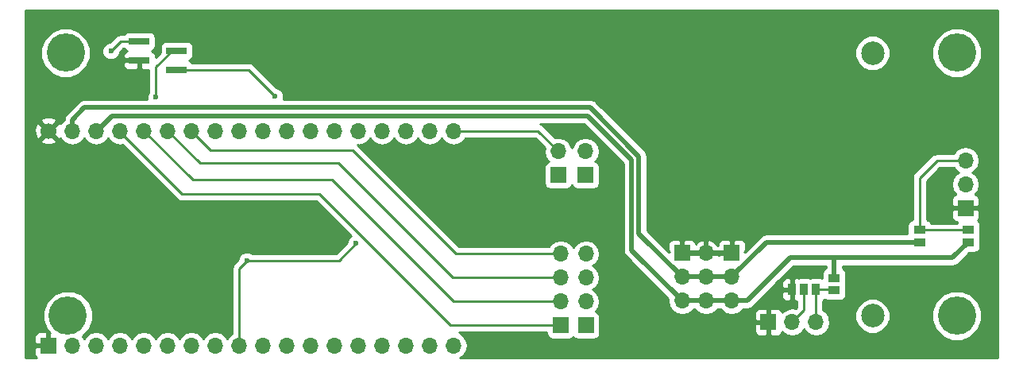
<source format=gbr>
G04 #@! TF.FileFunction,Copper,L1,Top,Signal*
%FSLAX46Y46*%
G04 Gerber Fmt 4.6, Leading zero omitted, Abs format (unit mm)*
G04 Created by KiCad (PCBNEW 4.0.7) date 04/05/18 15:18:43*
%MOMM*%
%LPD*%
G01*
G04 APERTURE LIST*
%ADD10C,0.100000*%
%ADD11O,1.700000X1.700000*%
%ADD12R,1.700000X1.700000*%
%ADD13C,1.700000*%
%ADD14R,2.200000X0.800000*%
%ADD15C,4.064000*%
%ADD16C,2.500000*%
%ADD17R,1.270000X0.970000*%
%ADD18R,0.970000X1.270000*%
%ADD19C,0.600000*%
%ADD20C,0.500000*%
%ADD21C,0.250000*%
%ADD22C,0.254000*%
G04 APERTURE END LIST*
D10*
D11*
X137530000Y-108960000D03*
X134990000Y-108960000D03*
X132450000Y-108960000D03*
X129910000Y-108960000D03*
X127370000Y-108960000D03*
X124830000Y-108960000D03*
X122290000Y-108960000D03*
X119750000Y-108960000D03*
X117210000Y-108960000D03*
X114670000Y-108960000D03*
X112130000Y-108960000D03*
X109590000Y-108960000D03*
X107050000Y-108960000D03*
X104510000Y-108960000D03*
X101970000Y-108960000D03*
X99430000Y-108960000D03*
X96890000Y-108960000D03*
D12*
X94350000Y-108960000D03*
D13*
X94350000Y-86100000D03*
D11*
X96890000Y-86100000D03*
X99430000Y-86100000D03*
X101970000Y-86100000D03*
X104510000Y-86100000D03*
X107050000Y-86100000D03*
X109590000Y-86100000D03*
X112130000Y-86100000D03*
X114670000Y-86100000D03*
X117210000Y-86100000D03*
X119750000Y-86100000D03*
X122290000Y-86100000D03*
X124830000Y-86100000D03*
X127370000Y-86100000D03*
X129910000Y-86100000D03*
X132450000Y-86100000D03*
X134990000Y-86100000D03*
X137530000Y-86100000D03*
D14*
X104020000Y-76570000D03*
X104020000Y-78570000D03*
X108020000Y-77570000D03*
X108020000Y-79570000D03*
D12*
X171100000Y-106450000D03*
D11*
X173640000Y-106450000D03*
X176180000Y-106450000D03*
D12*
X192103000Y-94320000D03*
D11*
X192103000Y-91780000D03*
X192103000Y-89240000D03*
D12*
X151638000Y-106807000D03*
D11*
X151638000Y-104267000D03*
X151638000Y-101727000D03*
X151638000Y-99187000D03*
D12*
X151600000Y-90800000D03*
D11*
X151600000Y-88260000D03*
D12*
X167200000Y-99100000D03*
D11*
X167200000Y-101640000D03*
X167200000Y-104180000D03*
D12*
X161900000Y-99100000D03*
D11*
X164440000Y-99100000D03*
X161900000Y-101640000D03*
X164440000Y-101640000D03*
X161900000Y-104180000D03*
X164440000Y-104180000D03*
D12*
X148971000Y-106807000D03*
D11*
X148971000Y-104267000D03*
X148971000Y-101727000D03*
X148971000Y-99187000D03*
D12*
X148700000Y-90800000D03*
D11*
X148700000Y-88260000D03*
D15*
X96420000Y-105770000D03*
X191170000Y-105770000D03*
X191180000Y-77770000D03*
X96180000Y-77770000D03*
D16*
X182200000Y-105800000D03*
X182200000Y-77800000D03*
D17*
X192400000Y-96660000D03*
X192400000Y-97940000D03*
X187200000Y-97940000D03*
X187200000Y-96660000D03*
D18*
X176170000Y-103000000D03*
X174900000Y-103000000D03*
X173630000Y-103000000D03*
D17*
X178100000Y-103040000D03*
X178100000Y-101760000D03*
D19*
X127100000Y-98100000D03*
X115500000Y-99900000D03*
X101000000Y-77600000D03*
X105800000Y-82500000D03*
X118500000Y-82400000D03*
D20*
X167200000Y-99100000D02*
X164440000Y-99100000D01*
X164440000Y-99100000D02*
X161900000Y-99100000D01*
X192400000Y-94617000D02*
X192103000Y-94320000D01*
D21*
X137530000Y-86100000D02*
X146540000Y-86100000D01*
X146540000Y-86100000D02*
X148700000Y-88260000D01*
X148971000Y-99187000D02*
X137795000Y-99187000D01*
X111628000Y-88138000D02*
X109590000Y-86100000D01*
X126746000Y-88138000D02*
X111628000Y-88138000D01*
X137795000Y-99187000D02*
X126746000Y-88138000D01*
X107050000Y-86100000D02*
X107055000Y-86100000D01*
X107055000Y-86100000D02*
X110490000Y-89535000D01*
X110490000Y-89535000D02*
X125222000Y-89535000D01*
X125222000Y-89535000D02*
X137414000Y-101727000D01*
X137414000Y-101727000D02*
X148971000Y-101727000D01*
X148971000Y-104267000D02*
X137541000Y-104267000D01*
X109723000Y-91313000D02*
X104510000Y-86100000D01*
X124587000Y-91313000D02*
X109723000Y-91313000D01*
X137541000Y-104267000D02*
X124587000Y-91313000D01*
X101970000Y-86100000D02*
X101970000Y-86222000D01*
X101970000Y-86222000D02*
X108585000Y-92837000D01*
X108585000Y-92837000D02*
X123190000Y-92837000D01*
X123190000Y-92837000D02*
X137160000Y-106807000D01*
X137160000Y-106807000D02*
X148971000Y-106807000D01*
D20*
X156500000Y-98780000D02*
X161900000Y-104180000D01*
X156500000Y-89200000D02*
X156500000Y-98780000D01*
X151800000Y-84500000D02*
X156500000Y-89200000D01*
X101100000Y-84500000D02*
X151800000Y-84500000D01*
X178100000Y-101760000D02*
X178100000Y-99600000D01*
X178100000Y-99600000D02*
X178100000Y-99800000D01*
X178100000Y-99800000D02*
X178100000Y-99600000D01*
X167200000Y-104180000D02*
X168820000Y-104180000D01*
X190740000Y-99600000D02*
X192400000Y-97940000D01*
X173400000Y-99600000D02*
X178100000Y-99600000D01*
X178100000Y-99600000D02*
X190740000Y-99600000D01*
X168820000Y-104180000D02*
X173400000Y-99600000D01*
X99430000Y-86100000D02*
X99500000Y-86100000D01*
X99500000Y-86100000D02*
X101100000Y-84500000D01*
X164440000Y-104180000D02*
X161900000Y-104180000D01*
X167200000Y-104180000D02*
X164440000Y-104180000D01*
X187200000Y-97940000D02*
X170900000Y-97940000D01*
X170900000Y-97940000D02*
X167200000Y-101640000D01*
X96890000Y-86100000D02*
X96890000Y-84910000D01*
X157300000Y-97040000D02*
X161900000Y-101640000D01*
X157300000Y-88800000D02*
X157300000Y-97040000D01*
X152100000Y-83600000D02*
X157300000Y-88800000D01*
X98200000Y-83600000D02*
X152100000Y-83600000D01*
X96890000Y-84910000D02*
X98200000Y-83600000D01*
X164440000Y-101640000D02*
X161900000Y-101640000D01*
X167200000Y-101640000D02*
X164440000Y-101640000D01*
D21*
X114670000Y-108960000D02*
X114670000Y-100730000D01*
X114670000Y-100730000D02*
X115500000Y-99900000D01*
X125300000Y-99900000D02*
X115500000Y-99900000D01*
X127100000Y-98100000D02*
X125300000Y-99900000D01*
X104020000Y-76570000D02*
X102030000Y-76570000D01*
X102030000Y-76570000D02*
X101000000Y-77600000D01*
X105800000Y-79300000D02*
X107530000Y-77570000D01*
X105800000Y-82500000D02*
X105800000Y-79300000D01*
X107530000Y-77570000D02*
X108020000Y-77570000D01*
X118500000Y-82400000D02*
X115670000Y-79570000D01*
X115670000Y-79570000D02*
X108020000Y-79570000D01*
X192103000Y-89240000D02*
X189060000Y-89240000D01*
X187200000Y-91100000D02*
X187200000Y-96660000D01*
X189060000Y-89240000D02*
X187200000Y-91100000D01*
X192400000Y-96660000D02*
X187200000Y-96660000D01*
X176180000Y-106450000D02*
X176180000Y-103010000D01*
X176180000Y-103010000D02*
X176170000Y-103000000D01*
X176170000Y-103000000D02*
X178060000Y-103000000D01*
X178060000Y-103000000D02*
X178100000Y-103040000D01*
X174900000Y-103000000D02*
X174900000Y-105190000D01*
X174900000Y-105190000D02*
X173640000Y-106450000D01*
D22*
G36*
X195490000Y-110290000D02*
X138204625Y-110290000D01*
X138580054Y-110039147D01*
X138901961Y-109557378D01*
X139015000Y-108989093D01*
X139015000Y-108930907D01*
X138901961Y-108362622D01*
X138580054Y-107880853D01*
X138110339Y-107567000D01*
X147473560Y-107567000D01*
X147473560Y-107657000D01*
X147517838Y-107892317D01*
X147656910Y-108108441D01*
X147869110Y-108253431D01*
X148121000Y-108304440D01*
X149821000Y-108304440D01*
X150056317Y-108260162D01*
X150272441Y-108121090D01*
X150303139Y-108076162D01*
X150323910Y-108108441D01*
X150536110Y-108253431D01*
X150788000Y-108304440D01*
X152488000Y-108304440D01*
X152723317Y-108260162D01*
X152939441Y-108121090D01*
X153084431Y-107908890D01*
X153135440Y-107657000D01*
X153135440Y-106735750D01*
X169615000Y-106735750D01*
X169615000Y-107426309D01*
X169711673Y-107659698D01*
X169890301Y-107838327D01*
X170123690Y-107935000D01*
X170814250Y-107935000D01*
X170973000Y-107776250D01*
X170973000Y-106577000D01*
X169773750Y-106577000D01*
X169615000Y-106735750D01*
X153135440Y-106735750D01*
X153135440Y-105957000D01*
X153091162Y-105721683D01*
X152952090Y-105505559D01*
X152739890Y-105360569D01*
X152672459Y-105346914D01*
X152717147Y-105317054D01*
X153039054Y-104835285D01*
X153152093Y-104267000D01*
X153039054Y-103698715D01*
X152717147Y-103216946D01*
X152387974Y-102997000D01*
X152717147Y-102777054D01*
X153039054Y-102295285D01*
X153152093Y-101727000D01*
X153039054Y-101158715D01*
X152717147Y-100676946D01*
X152387974Y-100457000D01*
X152717147Y-100237054D01*
X153039054Y-99755285D01*
X153152093Y-99187000D01*
X153039054Y-98618715D01*
X152717147Y-98136946D01*
X152235378Y-97815039D01*
X151667093Y-97702000D01*
X151608907Y-97702000D01*
X151040622Y-97815039D01*
X150558853Y-98136946D01*
X150304500Y-98517613D01*
X150050147Y-98136946D01*
X149568378Y-97815039D01*
X149000093Y-97702000D01*
X148941907Y-97702000D01*
X148373622Y-97815039D01*
X147891853Y-98136946D01*
X147698046Y-98427000D01*
X138109802Y-98427000D01*
X127283401Y-87600599D01*
X127275449Y-87595286D01*
X127370000Y-87614093D01*
X127938285Y-87501054D01*
X128420054Y-87179147D01*
X128640000Y-86849974D01*
X128859946Y-87179147D01*
X129341715Y-87501054D01*
X129910000Y-87614093D01*
X130478285Y-87501054D01*
X130960054Y-87179147D01*
X131180000Y-86849974D01*
X131399946Y-87179147D01*
X131881715Y-87501054D01*
X132450000Y-87614093D01*
X133018285Y-87501054D01*
X133500054Y-87179147D01*
X133720000Y-86849974D01*
X133939946Y-87179147D01*
X134421715Y-87501054D01*
X134990000Y-87614093D01*
X135558285Y-87501054D01*
X136040054Y-87179147D01*
X136260000Y-86849974D01*
X136479946Y-87179147D01*
X136961715Y-87501054D01*
X137530000Y-87614093D01*
X138098285Y-87501054D01*
X138580054Y-87179147D01*
X138793301Y-86860000D01*
X146225198Y-86860000D01*
X147258790Y-87893592D01*
X147185907Y-88260000D01*
X147298946Y-88828285D01*
X147620853Y-89310054D01*
X147662452Y-89337850D01*
X147614683Y-89346838D01*
X147398559Y-89485910D01*
X147253569Y-89698110D01*
X147202560Y-89950000D01*
X147202560Y-91650000D01*
X147246838Y-91885317D01*
X147385910Y-92101441D01*
X147598110Y-92246431D01*
X147850000Y-92297440D01*
X149550000Y-92297440D01*
X149785317Y-92253162D01*
X150001441Y-92114090D01*
X150146431Y-91901890D01*
X150149081Y-91888803D01*
X150285910Y-92101441D01*
X150498110Y-92246431D01*
X150750000Y-92297440D01*
X152450000Y-92297440D01*
X152685317Y-92253162D01*
X152901441Y-92114090D01*
X153046431Y-91901890D01*
X153097440Y-91650000D01*
X153097440Y-89950000D01*
X153053162Y-89714683D01*
X152914090Y-89498559D01*
X152701890Y-89353569D01*
X152634459Y-89339914D01*
X152679147Y-89310054D01*
X153001054Y-88828285D01*
X153114093Y-88260000D01*
X153001054Y-87691715D01*
X152679147Y-87209946D01*
X152197378Y-86888039D01*
X151629093Y-86775000D01*
X151570907Y-86775000D01*
X151002622Y-86888039D01*
X150520853Y-87209946D01*
X150198946Y-87691715D01*
X150150000Y-87937783D01*
X150101054Y-87691715D01*
X149779147Y-87209946D01*
X149297378Y-86888039D01*
X148729093Y-86775000D01*
X148670907Y-86775000D01*
X148353031Y-86838229D01*
X147077401Y-85562599D01*
X146830839Y-85397852D01*
X146766228Y-85385000D01*
X151433420Y-85385000D01*
X155615000Y-89566579D01*
X155615000Y-98779995D01*
X155614999Y-98780000D01*
X155651831Y-98965162D01*
X155682367Y-99118675D01*
X155754747Y-99227000D01*
X155874210Y-99405790D01*
X160429461Y-103961040D01*
X160385907Y-104180000D01*
X160498946Y-104748285D01*
X160820853Y-105230054D01*
X161302622Y-105551961D01*
X161870907Y-105665000D01*
X161929093Y-105665000D01*
X162497378Y-105551961D01*
X162979147Y-105230054D01*
X163089432Y-105065000D01*
X163250568Y-105065000D01*
X163360853Y-105230054D01*
X163842622Y-105551961D01*
X164410907Y-105665000D01*
X164469093Y-105665000D01*
X165037378Y-105551961D01*
X165519147Y-105230054D01*
X165629432Y-105065000D01*
X166010568Y-105065000D01*
X166120853Y-105230054D01*
X166602622Y-105551961D01*
X167170907Y-105665000D01*
X167229093Y-105665000D01*
X167797378Y-105551961D01*
X167914517Y-105473691D01*
X169615000Y-105473691D01*
X169615000Y-106164250D01*
X169773750Y-106323000D01*
X170973000Y-106323000D01*
X170973000Y-105123750D01*
X170814250Y-104965000D01*
X170123690Y-104965000D01*
X169890301Y-105061673D01*
X169711673Y-105240302D01*
X169615000Y-105473691D01*
X167914517Y-105473691D01*
X168279147Y-105230054D01*
X168389432Y-105065000D01*
X168819995Y-105065000D01*
X168820000Y-105065001D01*
X169102484Y-105008810D01*
X169158675Y-104997633D01*
X169445790Y-104805790D01*
X169445791Y-104805789D01*
X170965829Y-103285750D01*
X172510000Y-103285750D01*
X172510000Y-103761309D01*
X172606673Y-103994698D01*
X172785301Y-104173327D01*
X173018690Y-104270000D01*
X173344250Y-104270000D01*
X173503000Y-104111250D01*
X173503000Y-103127000D01*
X172668750Y-103127000D01*
X172510000Y-103285750D01*
X170965829Y-103285750D01*
X172012888Y-102238691D01*
X172510000Y-102238691D01*
X172510000Y-102714250D01*
X172668750Y-102873000D01*
X173503000Y-102873000D01*
X173503000Y-101888750D01*
X173344250Y-101730000D01*
X173018690Y-101730000D01*
X172785301Y-101826673D01*
X172606673Y-102005302D01*
X172510000Y-102238691D01*
X172012888Y-102238691D01*
X173766579Y-100485000D01*
X177215000Y-100485000D01*
X177215000Y-100681286D01*
X177013559Y-100810910D01*
X176868569Y-101023110D01*
X176817560Y-101275000D01*
X176817560Y-101750479D01*
X176655000Y-101717560D01*
X175685000Y-101717560D01*
X175529493Y-101746821D01*
X175385000Y-101717560D01*
X174415000Y-101717560D01*
X174274914Y-101743919D01*
X174241310Y-101730000D01*
X173915750Y-101730000D01*
X173757000Y-101888750D01*
X173757000Y-102873000D01*
X173767560Y-102873000D01*
X173767560Y-103127000D01*
X173757000Y-103127000D01*
X173757000Y-104111250D01*
X173915750Y-104270000D01*
X174140000Y-104270000D01*
X174140000Y-104875198D01*
X174006408Y-105008790D01*
X173640000Y-104935907D01*
X173071715Y-105048946D01*
X172589946Y-105370853D01*
X172560597Y-105414777D01*
X172488327Y-105240302D01*
X172309699Y-105061673D01*
X172076310Y-104965000D01*
X171385750Y-104965000D01*
X171227000Y-105123750D01*
X171227000Y-106323000D01*
X171247000Y-106323000D01*
X171247000Y-106577000D01*
X171227000Y-106577000D01*
X171227000Y-107776250D01*
X171385750Y-107935000D01*
X172076310Y-107935000D01*
X172309699Y-107838327D01*
X172488327Y-107659698D01*
X172560597Y-107485223D01*
X172589946Y-107529147D01*
X173071715Y-107851054D01*
X173640000Y-107964093D01*
X174208285Y-107851054D01*
X174690054Y-107529147D01*
X174910000Y-107199974D01*
X175129946Y-107529147D01*
X175611715Y-107851054D01*
X176180000Y-107964093D01*
X176748285Y-107851054D01*
X177230054Y-107529147D01*
X177551961Y-107047378D01*
X177665000Y-106479093D01*
X177665000Y-106420907D01*
X177615749Y-106173305D01*
X180314674Y-106173305D01*
X180601043Y-106866372D01*
X181130839Y-107397093D01*
X181823405Y-107684672D01*
X182573305Y-107685326D01*
X183266372Y-107398957D01*
X183797093Y-106869161D01*
X184034188Y-106298172D01*
X188502538Y-106298172D01*
X188907709Y-107278761D01*
X189657293Y-108029655D01*
X190637173Y-108436536D01*
X191698172Y-108437462D01*
X192678761Y-108032291D01*
X193429655Y-107282707D01*
X193836536Y-106302827D01*
X193837462Y-105241828D01*
X193432291Y-104261239D01*
X192682707Y-103510345D01*
X191702827Y-103103464D01*
X190641828Y-103102538D01*
X189661239Y-103507709D01*
X188910345Y-104257293D01*
X188503464Y-105237173D01*
X188502538Y-106298172D01*
X184034188Y-106298172D01*
X184084672Y-106176595D01*
X184085326Y-105426695D01*
X183798957Y-104733628D01*
X183269161Y-104202907D01*
X182576595Y-103915328D01*
X181826695Y-103914674D01*
X181133628Y-104201043D01*
X180602907Y-104730839D01*
X180315328Y-105423405D01*
X180314674Y-106173305D01*
X177615749Y-106173305D01*
X177551961Y-105852622D01*
X177230054Y-105370853D01*
X176940000Y-105177046D01*
X176940000Y-104206192D01*
X177106441Y-104099090D01*
X177129984Y-104064634D01*
X177213110Y-104121431D01*
X177465000Y-104172440D01*
X178735000Y-104172440D01*
X178970317Y-104128162D01*
X179186441Y-103989090D01*
X179331431Y-103776890D01*
X179382440Y-103525000D01*
X179382440Y-102555000D01*
X179352204Y-102394310D01*
X179382440Y-102245000D01*
X179382440Y-101275000D01*
X179338162Y-101039683D01*
X179199090Y-100823559D01*
X178986890Y-100678569D01*
X178985000Y-100678186D01*
X178985000Y-100485000D01*
X190739995Y-100485000D01*
X190740000Y-100485001D01*
X191022484Y-100428810D01*
X191078675Y-100417633D01*
X191365790Y-100225790D01*
X192519139Y-99072440D01*
X193035000Y-99072440D01*
X193270317Y-99028162D01*
X193486441Y-98889090D01*
X193631431Y-98676890D01*
X193682440Y-98425000D01*
X193682440Y-97455000D01*
X193652204Y-97294310D01*
X193682440Y-97145000D01*
X193682440Y-96175000D01*
X193638162Y-95939683D01*
X193499090Y-95723559D01*
X193379309Y-95641716D01*
X193491327Y-95529699D01*
X193588000Y-95296310D01*
X193588000Y-94605750D01*
X193429250Y-94447000D01*
X192230000Y-94447000D01*
X192230000Y-94467000D01*
X191976000Y-94467000D01*
X191976000Y-94447000D01*
X190776750Y-94447000D01*
X190618000Y-94605750D01*
X190618000Y-95296310D01*
X190714673Y-95529699D01*
X190893302Y-95708327D01*
X191126691Y-95805000D01*
X191249270Y-95805000D01*
X191184359Y-95900000D01*
X188412627Y-95900000D01*
X188299090Y-95723559D01*
X188086890Y-95578569D01*
X187960000Y-95552873D01*
X187960000Y-91414802D01*
X189374802Y-90000000D01*
X190830046Y-90000000D01*
X191023853Y-90290054D01*
X191353026Y-90510000D01*
X191023853Y-90729946D01*
X190701946Y-91211715D01*
X190588907Y-91780000D01*
X190701946Y-92348285D01*
X191023853Y-92830054D01*
X191067777Y-92859403D01*
X190893302Y-92931673D01*
X190714673Y-93110301D01*
X190618000Y-93343690D01*
X190618000Y-94034250D01*
X190776750Y-94193000D01*
X191976000Y-94193000D01*
X191976000Y-94173000D01*
X192230000Y-94173000D01*
X192230000Y-94193000D01*
X193429250Y-94193000D01*
X193588000Y-94034250D01*
X193588000Y-93343690D01*
X193491327Y-93110301D01*
X193312698Y-92931673D01*
X193138223Y-92859403D01*
X193182147Y-92830054D01*
X193504054Y-92348285D01*
X193617093Y-91780000D01*
X193504054Y-91211715D01*
X193182147Y-90729946D01*
X192852974Y-90510000D01*
X193182147Y-90290054D01*
X193504054Y-89808285D01*
X193617093Y-89240000D01*
X193504054Y-88671715D01*
X193182147Y-88189946D01*
X192700378Y-87868039D01*
X192132093Y-87755000D01*
X192073907Y-87755000D01*
X191505622Y-87868039D01*
X191023853Y-88189946D01*
X190830046Y-88480000D01*
X189060000Y-88480000D01*
X188769160Y-88537852D01*
X188522599Y-88702599D01*
X186662599Y-90562599D01*
X186497852Y-90809161D01*
X186440000Y-91100000D01*
X186440000Y-95551080D01*
X186329683Y-95571838D01*
X186113559Y-95710910D01*
X185968569Y-95923110D01*
X185917560Y-96175000D01*
X185917560Y-97055000D01*
X170900005Y-97055000D01*
X170900000Y-97054999D01*
X170561330Y-97122366D01*
X170561325Y-97122367D01*
X170274210Y-97314210D01*
X170274208Y-97314213D01*
X168615422Y-98972998D01*
X168526252Y-98972998D01*
X168685000Y-98814250D01*
X168685000Y-98123690D01*
X168588327Y-97890301D01*
X168409698Y-97711673D01*
X168176309Y-97615000D01*
X167485750Y-97615000D01*
X167327000Y-97773750D01*
X167327000Y-98973000D01*
X167347000Y-98973000D01*
X167347000Y-99227000D01*
X167327000Y-99227000D01*
X167327000Y-99247000D01*
X167073000Y-99247000D01*
X167073000Y-99227000D01*
X165873750Y-99227000D01*
X165799395Y-99301355D01*
X165760155Y-99227000D01*
X164567000Y-99227000D01*
X164567000Y-99247000D01*
X164313000Y-99247000D01*
X164313000Y-99227000D01*
X162027000Y-99227000D01*
X162027000Y-99247000D01*
X161773000Y-99247000D01*
X161773000Y-99227000D01*
X161753000Y-99227000D01*
X161753000Y-98973000D01*
X161773000Y-98973000D01*
X161773000Y-97773750D01*
X162027000Y-97773750D01*
X162027000Y-98973000D01*
X164313000Y-98973000D01*
X164313000Y-97779181D01*
X164567000Y-97779181D01*
X164567000Y-98973000D01*
X165760155Y-98973000D01*
X165799395Y-98898645D01*
X165873750Y-98973000D01*
X167073000Y-98973000D01*
X167073000Y-97773750D01*
X166914250Y-97615000D01*
X166223691Y-97615000D01*
X165990302Y-97711673D01*
X165811673Y-97890301D01*
X165715000Y-98123690D01*
X165715000Y-98341176D01*
X165711645Y-98333076D01*
X165321358Y-97904817D01*
X164796892Y-97658514D01*
X164567000Y-97779181D01*
X164313000Y-97779181D01*
X164083108Y-97658514D01*
X163558642Y-97904817D01*
X163376930Y-98104208D01*
X163288327Y-97890301D01*
X163109698Y-97711673D01*
X162876309Y-97615000D01*
X162185750Y-97615000D01*
X162027000Y-97773750D01*
X161773000Y-97773750D01*
X161614250Y-97615000D01*
X160923691Y-97615000D01*
X160690302Y-97711673D01*
X160511673Y-97890301D01*
X160415000Y-98123690D01*
X160415000Y-98814250D01*
X160573748Y-98972998D01*
X160484577Y-98972998D01*
X158185000Y-96673420D01*
X158185000Y-88800005D01*
X158185001Y-88800000D01*
X158117634Y-88461326D01*
X158019862Y-88315000D01*
X157925790Y-88174210D01*
X157925787Y-88174208D01*
X152725790Y-82974210D01*
X152658043Y-82928943D01*
X152438675Y-82782367D01*
X152382484Y-82771190D01*
X152100000Y-82714999D01*
X152099995Y-82715000D01*
X119381604Y-82715000D01*
X119434838Y-82586799D01*
X119435162Y-82214833D01*
X119293117Y-81871057D01*
X119030327Y-81607808D01*
X118686799Y-81465162D01*
X118639923Y-81465121D01*
X116207401Y-79032599D01*
X115960839Y-78867852D01*
X115670000Y-78810000D01*
X109642931Y-78810000D01*
X109584090Y-78718559D01*
X109371890Y-78573569D01*
X109358803Y-78570919D01*
X109571441Y-78434090D01*
X109716431Y-78221890D01*
X109726269Y-78173305D01*
X180314674Y-78173305D01*
X180601043Y-78866372D01*
X181130839Y-79397093D01*
X181823405Y-79684672D01*
X182573305Y-79685326D01*
X183266372Y-79398957D01*
X183797093Y-78869161D01*
X184034188Y-78298172D01*
X188512538Y-78298172D01*
X188917709Y-79278761D01*
X189667293Y-80029655D01*
X190647173Y-80436536D01*
X191708172Y-80437462D01*
X192688761Y-80032291D01*
X193439655Y-79282707D01*
X193846536Y-78302827D01*
X193847462Y-77241828D01*
X193442291Y-76261239D01*
X192692707Y-75510345D01*
X191712827Y-75103464D01*
X190651828Y-75102538D01*
X189671239Y-75507709D01*
X188920345Y-76257293D01*
X188513464Y-77237173D01*
X188512538Y-78298172D01*
X184034188Y-78298172D01*
X184084672Y-78176595D01*
X184085326Y-77426695D01*
X183798957Y-76733628D01*
X183269161Y-76202907D01*
X182576595Y-75915328D01*
X181826695Y-75914674D01*
X181133628Y-76201043D01*
X180602907Y-76730839D01*
X180315328Y-77423405D01*
X180314674Y-78173305D01*
X109726269Y-78173305D01*
X109767440Y-77970000D01*
X109767440Y-77170000D01*
X109723162Y-76934683D01*
X109584090Y-76718559D01*
X109371890Y-76573569D01*
X109120000Y-76522560D01*
X106920000Y-76522560D01*
X106684683Y-76566838D01*
X106468559Y-76705910D01*
X106323569Y-76918110D01*
X106272560Y-77170000D01*
X106272560Y-77752638D01*
X105755000Y-78270198D01*
X105755000Y-78043691D01*
X105658327Y-77810302D01*
X105479699Y-77631673D01*
X105343713Y-77575346D01*
X105355317Y-77573162D01*
X105571441Y-77434090D01*
X105716431Y-77221890D01*
X105767440Y-76970000D01*
X105767440Y-76170000D01*
X105723162Y-75934683D01*
X105584090Y-75718559D01*
X105371890Y-75573569D01*
X105120000Y-75522560D01*
X102920000Y-75522560D01*
X102684683Y-75566838D01*
X102468559Y-75705910D01*
X102397437Y-75810000D01*
X102030000Y-75810000D01*
X101739161Y-75867852D01*
X101492599Y-76032599D01*
X100860320Y-76664878D01*
X100814833Y-76664838D01*
X100471057Y-76806883D01*
X100207808Y-77069673D01*
X100065162Y-77413201D01*
X100064838Y-77785167D01*
X100206883Y-78128943D01*
X100469673Y-78392192D01*
X100813201Y-78534838D01*
X101185167Y-78535162D01*
X101528943Y-78393117D01*
X101792192Y-78130327D01*
X101934838Y-77786799D01*
X101934879Y-77739923D01*
X102344802Y-77330000D01*
X102397069Y-77330000D01*
X102455910Y-77421441D01*
X102668110Y-77566431D01*
X102701490Y-77573191D01*
X102560301Y-77631673D01*
X102381673Y-77810302D01*
X102285000Y-78043691D01*
X102285000Y-78284250D01*
X102443750Y-78443000D01*
X103893000Y-78443000D01*
X103893000Y-78423000D01*
X104147000Y-78423000D01*
X104147000Y-78443000D01*
X104167000Y-78443000D01*
X104167000Y-78697000D01*
X104147000Y-78697000D01*
X104147000Y-79446250D01*
X104305750Y-79605000D01*
X105040000Y-79605000D01*
X105040000Y-81937537D01*
X105007808Y-81969673D01*
X104865162Y-82313201D01*
X104864838Y-82685167D01*
X104877165Y-82715000D01*
X98200005Y-82715000D01*
X98200000Y-82714999D01*
X97917516Y-82771190D01*
X97861325Y-82782367D01*
X97574210Y-82974210D01*
X97574208Y-82974213D01*
X96264210Y-84284210D01*
X96072367Y-84571325D01*
X96066010Y-84603282D01*
X96004999Y-84910000D01*
X96005000Y-84910005D01*
X96005000Y-84910568D01*
X95839946Y-85020853D01*
X95643223Y-85315270D01*
X95393958Y-85235647D01*
X94529605Y-86100000D01*
X95393958Y-86964353D01*
X95643223Y-86884730D01*
X95839946Y-87179147D01*
X96321715Y-87501054D01*
X96890000Y-87614093D01*
X97458285Y-87501054D01*
X97940054Y-87179147D01*
X98160000Y-86849974D01*
X98379946Y-87179147D01*
X98861715Y-87501054D01*
X99430000Y-87614093D01*
X99998285Y-87501054D01*
X100480054Y-87179147D01*
X100700000Y-86849974D01*
X100919946Y-87179147D01*
X101401715Y-87501054D01*
X101970000Y-87614093D01*
X102234649Y-87561451D01*
X108047599Y-93374401D01*
X108294161Y-93539148D01*
X108585000Y-93597000D01*
X122875198Y-93597000D01*
X126580981Y-97302783D01*
X126571057Y-97306883D01*
X126307808Y-97569673D01*
X126165162Y-97913201D01*
X126165121Y-97960077D01*
X124985198Y-99140000D01*
X116062463Y-99140000D01*
X116030327Y-99107808D01*
X115686799Y-98965162D01*
X115314833Y-98964838D01*
X114971057Y-99106883D01*
X114707808Y-99369673D01*
X114565162Y-99713201D01*
X114565121Y-99760077D01*
X114132599Y-100192599D01*
X113967852Y-100439161D01*
X113910000Y-100730000D01*
X113910000Y-107687046D01*
X113619946Y-107880853D01*
X113400000Y-108210026D01*
X113180054Y-107880853D01*
X112698285Y-107558946D01*
X112130000Y-107445907D01*
X111561715Y-107558946D01*
X111079946Y-107880853D01*
X110860000Y-108210026D01*
X110640054Y-107880853D01*
X110158285Y-107558946D01*
X109590000Y-107445907D01*
X109021715Y-107558946D01*
X108539946Y-107880853D01*
X108320000Y-108210026D01*
X108100054Y-107880853D01*
X107618285Y-107558946D01*
X107050000Y-107445907D01*
X106481715Y-107558946D01*
X105999946Y-107880853D01*
X105780000Y-108210026D01*
X105560054Y-107880853D01*
X105078285Y-107558946D01*
X104510000Y-107445907D01*
X103941715Y-107558946D01*
X103459946Y-107880853D01*
X103240000Y-108210026D01*
X103020054Y-107880853D01*
X102538285Y-107558946D01*
X101970000Y-107445907D01*
X101401715Y-107558946D01*
X100919946Y-107880853D01*
X100700000Y-108210026D01*
X100480054Y-107880853D01*
X99998285Y-107558946D01*
X99430000Y-107445907D01*
X98861715Y-107558946D01*
X98379946Y-107880853D01*
X98160000Y-108210026D01*
X97996235Y-107964934D01*
X98679655Y-107282707D01*
X99086536Y-106302827D01*
X99087462Y-105241828D01*
X98682291Y-104261239D01*
X97932707Y-103510345D01*
X96952827Y-103103464D01*
X95891828Y-103102538D01*
X94911239Y-103507709D01*
X94160345Y-104257293D01*
X93753464Y-105237173D01*
X93752538Y-106298172D01*
X94157709Y-107278761D01*
X94494555Y-107616195D01*
X94477000Y-107633750D01*
X94477000Y-108833000D01*
X94497000Y-108833000D01*
X94497000Y-109087000D01*
X94477000Y-109087000D01*
X94477000Y-109107000D01*
X94223000Y-109107000D01*
X94223000Y-109087000D01*
X93023750Y-109087000D01*
X92865000Y-109245750D01*
X92865000Y-109936309D01*
X92961673Y-110169698D01*
X93081974Y-110290000D01*
X91910000Y-110290000D01*
X91910000Y-107983691D01*
X92865000Y-107983691D01*
X92865000Y-108674250D01*
X93023750Y-108833000D01*
X94223000Y-108833000D01*
X94223000Y-107633750D01*
X94064250Y-107475000D01*
X93373690Y-107475000D01*
X93140301Y-107571673D01*
X92961673Y-107750302D01*
X92865000Y-107983691D01*
X91910000Y-107983691D01*
X91910000Y-87143958D01*
X93485647Y-87143958D01*
X93565920Y-87395259D01*
X94121279Y-87596718D01*
X94711458Y-87570315D01*
X95134080Y-87395259D01*
X95214353Y-87143958D01*
X94350000Y-86279605D01*
X93485647Y-87143958D01*
X91910000Y-87143958D01*
X91910000Y-85871279D01*
X92853282Y-85871279D01*
X92879685Y-86461458D01*
X93054741Y-86884080D01*
X93306042Y-86964353D01*
X94170395Y-86100000D01*
X93306042Y-85235647D01*
X93054741Y-85315920D01*
X92853282Y-85871279D01*
X91910000Y-85871279D01*
X91910000Y-85056042D01*
X93485647Y-85056042D01*
X94350000Y-85920395D01*
X95214353Y-85056042D01*
X95134080Y-84804741D01*
X94578721Y-84603282D01*
X93988542Y-84629685D01*
X93565920Y-84804741D01*
X93485647Y-85056042D01*
X91910000Y-85056042D01*
X91910000Y-78298172D01*
X93512538Y-78298172D01*
X93917709Y-79278761D01*
X94667293Y-80029655D01*
X95647173Y-80436536D01*
X96708172Y-80437462D01*
X97688761Y-80032291D01*
X98439655Y-79282707D01*
X98616942Y-78855750D01*
X102285000Y-78855750D01*
X102285000Y-79096309D01*
X102381673Y-79329698D01*
X102560301Y-79508327D01*
X102793690Y-79605000D01*
X103734250Y-79605000D01*
X103893000Y-79446250D01*
X103893000Y-78697000D01*
X102443750Y-78697000D01*
X102285000Y-78855750D01*
X98616942Y-78855750D01*
X98846536Y-78302827D01*
X98847462Y-77241828D01*
X98442291Y-76261239D01*
X97692707Y-75510345D01*
X96712827Y-75103464D01*
X95651828Y-75102538D01*
X94671239Y-75507709D01*
X93920345Y-76257293D01*
X93513464Y-77237173D01*
X93512538Y-78298172D01*
X91910000Y-78298172D01*
X91910000Y-73210000D01*
X195490000Y-73210000D01*
X195490000Y-110290000D01*
X195490000Y-110290000D01*
G37*
X195490000Y-110290000D02*
X138204625Y-110290000D01*
X138580054Y-110039147D01*
X138901961Y-109557378D01*
X139015000Y-108989093D01*
X139015000Y-108930907D01*
X138901961Y-108362622D01*
X138580054Y-107880853D01*
X138110339Y-107567000D01*
X147473560Y-107567000D01*
X147473560Y-107657000D01*
X147517838Y-107892317D01*
X147656910Y-108108441D01*
X147869110Y-108253431D01*
X148121000Y-108304440D01*
X149821000Y-108304440D01*
X150056317Y-108260162D01*
X150272441Y-108121090D01*
X150303139Y-108076162D01*
X150323910Y-108108441D01*
X150536110Y-108253431D01*
X150788000Y-108304440D01*
X152488000Y-108304440D01*
X152723317Y-108260162D01*
X152939441Y-108121090D01*
X153084431Y-107908890D01*
X153135440Y-107657000D01*
X153135440Y-106735750D01*
X169615000Y-106735750D01*
X169615000Y-107426309D01*
X169711673Y-107659698D01*
X169890301Y-107838327D01*
X170123690Y-107935000D01*
X170814250Y-107935000D01*
X170973000Y-107776250D01*
X170973000Y-106577000D01*
X169773750Y-106577000D01*
X169615000Y-106735750D01*
X153135440Y-106735750D01*
X153135440Y-105957000D01*
X153091162Y-105721683D01*
X152952090Y-105505559D01*
X152739890Y-105360569D01*
X152672459Y-105346914D01*
X152717147Y-105317054D01*
X153039054Y-104835285D01*
X153152093Y-104267000D01*
X153039054Y-103698715D01*
X152717147Y-103216946D01*
X152387974Y-102997000D01*
X152717147Y-102777054D01*
X153039054Y-102295285D01*
X153152093Y-101727000D01*
X153039054Y-101158715D01*
X152717147Y-100676946D01*
X152387974Y-100457000D01*
X152717147Y-100237054D01*
X153039054Y-99755285D01*
X153152093Y-99187000D01*
X153039054Y-98618715D01*
X152717147Y-98136946D01*
X152235378Y-97815039D01*
X151667093Y-97702000D01*
X151608907Y-97702000D01*
X151040622Y-97815039D01*
X150558853Y-98136946D01*
X150304500Y-98517613D01*
X150050147Y-98136946D01*
X149568378Y-97815039D01*
X149000093Y-97702000D01*
X148941907Y-97702000D01*
X148373622Y-97815039D01*
X147891853Y-98136946D01*
X147698046Y-98427000D01*
X138109802Y-98427000D01*
X127283401Y-87600599D01*
X127275449Y-87595286D01*
X127370000Y-87614093D01*
X127938285Y-87501054D01*
X128420054Y-87179147D01*
X128640000Y-86849974D01*
X128859946Y-87179147D01*
X129341715Y-87501054D01*
X129910000Y-87614093D01*
X130478285Y-87501054D01*
X130960054Y-87179147D01*
X131180000Y-86849974D01*
X131399946Y-87179147D01*
X131881715Y-87501054D01*
X132450000Y-87614093D01*
X133018285Y-87501054D01*
X133500054Y-87179147D01*
X133720000Y-86849974D01*
X133939946Y-87179147D01*
X134421715Y-87501054D01*
X134990000Y-87614093D01*
X135558285Y-87501054D01*
X136040054Y-87179147D01*
X136260000Y-86849974D01*
X136479946Y-87179147D01*
X136961715Y-87501054D01*
X137530000Y-87614093D01*
X138098285Y-87501054D01*
X138580054Y-87179147D01*
X138793301Y-86860000D01*
X146225198Y-86860000D01*
X147258790Y-87893592D01*
X147185907Y-88260000D01*
X147298946Y-88828285D01*
X147620853Y-89310054D01*
X147662452Y-89337850D01*
X147614683Y-89346838D01*
X147398559Y-89485910D01*
X147253569Y-89698110D01*
X147202560Y-89950000D01*
X147202560Y-91650000D01*
X147246838Y-91885317D01*
X147385910Y-92101441D01*
X147598110Y-92246431D01*
X147850000Y-92297440D01*
X149550000Y-92297440D01*
X149785317Y-92253162D01*
X150001441Y-92114090D01*
X150146431Y-91901890D01*
X150149081Y-91888803D01*
X150285910Y-92101441D01*
X150498110Y-92246431D01*
X150750000Y-92297440D01*
X152450000Y-92297440D01*
X152685317Y-92253162D01*
X152901441Y-92114090D01*
X153046431Y-91901890D01*
X153097440Y-91650000D01*
X153097440Y-89950000D01*
X153053162Y-89714683D01*
X152914090Y-89498559D01*
X152701890Y-89353569D01*
X152634459Y-89339914D01*
X152679147Y-89310054D01*
X153001054Y-88828285D01*
X153114093Y-88260000D01*
X153001054Y-87691715D01*
X152679147Y-87209946D01*
X152197378Y-86888039D01*
X151629093Y-86775000D01*
X151570907Y-86775000D01*
X151002622Y-86888039D01*
X150520853Y-87209946D01*
X150198946Y-87691715D01*
X150150000Y-87937783D01*
X150101054Y-87691715D01*
X149779147Y-87209946D01*
X149297378Y-86888039D01*
X148729093Y-86775000D01*
X148670907Y-86775000D01*
X148353031Y-86838229D01*
X147077401Y-85562599D01*
X146830839Y-85397852D01*
X146766228Y-85385000D01*
X151433420Y-85385000D01*
X155615000Y-89566579D01*
X155615000Y-98779995D01*
X155614999Y-98780000D01*
X155651831Y-98965162D01*
X155682367Y-99118675D01*
X155754747Y-99227000D01*
X155874210Y-99405790D01*
X160429461Y-103961040D01*
X160385907Y-104180000D01*
X160498946Y-104748285D01*
X160820853Y-105230054D01*
X161302622Y-105551961D01*
X161870907Y-105665000D01*
X161929093Y-105665000D01*
X162497378Y-105551961D01*
X162979147Y-105230054D01*
X163089432Y-105065000D01*
X163250568Y-105065000D01*
X163360853Y-105230054D01*
X163842622Y-105551961D01*
X164410907Y-105665000D01*
X164469093Y-105665000D01*
X165037378Y-105551961D01*
X165519147Y-105230054D01*
X165629432Y-105065000D01*
X166010568Y-105065000D01*
X166120853Y-105230054D01*
X166602622Y-105551961D01*
X167170907Y-105665000D01*
X167229093Y-105665000D01*
X167797378Y-105551961D01*
X167914517Y-105473691D01*
X169615000Y-105473691D01*
X169615000Y-106164250D01*
X169773750Y-106323000D01*
X170973000Y-106323000D01*
X170973000Y-105123750D01*
X170814250Y-104965000D01*
X170123690Y-104965000D01*
X169890301Y-105061673D01*
X169711673Y-105240302D01*
X169615000Y-105473691D01*
X167914517Y-105473691D01*
X168279147Y-105230054D01*
X168389432Y-105065000D01*
X168819995Y-105065000D01*
X168820000Y-105065001D01*
X169102484Y-105008810D01*
X169158675Y-104997633D01*
X169445790Y-104805790D01*
X169445791Y-104805789D01*
X170965829Y-103285750D01*
X172510000Y-103285750D01*
X172510000Y-103761309D01*
X172606673Y-103994698D01*
X172785301Y-104173327D01*
X173018690Y-104270000D01*
X173344250Y-104270000D01*
X173503000Y-104111250D01*
X173503000Y-103127000D01*
X172668750Y-103127000D01*
X172510000Y-103285750D01*
X170965829Y-103285750D01*
X172012888Y-102238691D01*
X172510000Y-102238691D01*
X172510000Y-102714250D01*
X172668750Y-102873000D01*
X173503000Y-102873000D01*
X173503000Y-101888750D01*
X173344250Y-101730000D01*
X173018690Y-101730000D01*
X172785301Y-101826673D01*
X172606673Y-102005302D01*
X172510000Y-102238691D01*
X172012888Y-102238691D01*
X173766579Y-100485000D01*
X177215000Y-100485000D01*
X177215000Y-100681286D01*
X177013559Y-100810910D01*
X176868569Y-101023110D01*
X176817560Y-101275000D01*
X176817560Y-101750479D01*
X176655000Y-101717560D01*
X175685000Y-101717560D01*
X175529493Y-101746821D01*
X175385000Y-101717560D01*
X174415000Y-101717560D01*
X174274914Y-101743919D01*
X174241310Y-101730000D01*
X173915750Y-101730000D01*
X173757000Y-101888750D01*
X173757000Y-102873000D01*
X173767560Y-102873000D01*
X173767560Y-103127000D01*
X173757000Y-103127000D01*
X173757000Y-104111250D01*
X173915750Y-104270000D01*
X174140000Y-104270000D01*
X174140000Y-104875198D01*
X174006408Y-105008790D01*
X173640000Y-104935907D01*
X173071715Y-105048946D01*
X172589946Y-105370853D01*
X172560597Y-105414777D01*
X172488327Y-105240302D01*
X172309699Y-105061673D01*
X172076310Y-104965000D01*
X171385750Y-104965000D01*
X171227000Y-105123750D01*
X171227000Y-106323000D01*
X171247000Y-106323000D01*
X171247000Y-106577000D01*
X171227000Y-106577000D01*
X171227000Y-107776250D01*
X171385750Y-107935000D01*
X172076310Y-107935000D01*
X172309699Y-107838327D01*
X172488327Y-107659698D01*
X172560597Y-107485223D01*
X172589946Y-107529147D01*
X173071715Y-107851054D01*
X173640000Y-107964093D01*
X174208285Y-107851054D01*
X174690054Y-107529147D01*
X174910000Y-107199974D01*
X175129946Y-107529147D01*
X175611715Y-107851054D01*
X176180000Y-107964093D01*
X176748285Y-107851054D01*
X177230054Y-107529147D01*
X177551961Y-107047378D01*
X177665000Y-106479093D01*
X177665000Y-106420907D01*
X177615749Y-106173305D01*
X180314674Y-106173305D01*
X180601043Y-106866372D01*
X181130839Y-107397093D01*
X181823405Y-107684672D01*
X182573305Y-107685326D01*
X183266372Y-107398957D01*
X183797093Y-106869161D01*
X184034188Y-106298172D01*
X188502538Y-106298172D01*
X188907709Y-107278761D01*
X189657293Y-108029655D01*
X190637173Y-108436536D01*
X191698172Y-108437462D01*
X192678761Y-108032291D01*
X193429655Y-107282707D01*
X193836536Y-106302827D01*
X193837462Y-105241828D01*
X193432291Y-104261239D01*
X192682707Y-103510345D01*
X191702827Y-103103464D01*
X190641828Y-103102538D01*
X189661239Y-103507709D01*
X188910345Y-104257293D01*
X188503464Y-105237173D01*
X188502538Y-106298172D01*
X184034188Y-106298172D01*
X184084672Y-106176595D01*
X184085326Y-105426695D01*
X183798957Y-104733628D01*
X183269161Y-104202907D01*
X182576595Y-103915328D01*
X181826695Y-103914674D01*
X181133628Y-104201043D01*
X180602907Y-104730839D01*
X180315328Y-105423405D01*
X180314674Y-106173305D01*
X177615749Y-106173305D01*
X177551961Y-105852622D01*
X177230054Y-105370853D01*
X176940000Y-105177046D01*
X176940000Y-104206192D01*
X177106441Y-104099090D01*
X177129984Y-104064634D01*
X177213110Y-104121431D01*
X177465000Y-104172440D01*
X178735000Y-104172440D01*
X178970317Y-104128162D01*
X179186441Y-103989090D01*
X179331431Y-103776890D01*
X179382440Y-103525000D01*
X179382440Y-102555000D01*
X179352204Y-102394310D01*
X179382440Y-102245000D01*
X179382440Y-101275000D01*
X179338162Y-101039683D01*
X179199090Y-100823559D01*
X178986890Y-100678569D01*
X178985000Y-100678186D01*
X178985000Y-100485000D01*
X190739995Y-100485000D01*
X190740000Y-100485001D01*
X191022484Y-100428810D01*
X191078675Y-100417633D01*
X191365790Y-100225790D01*
X192519139Y-99072440D01*
X193035000Y-99072440D01*
X193270317Y-99028162D01*
X193486441Y-98889090D01*
X193631431Y-98676890D01*
X193682440Y-98425000D01*
X193682440Y-97455000D01*
X193652204Y-97294310D01*
X193682440Y-97145000D01*
X193682440Y-96175000D01*
X193638162Y-95939683D01*
X193499090Y-95723559D01*
X193379309Y-95641716D01*
X193491327Y-95529699D01*
X193588000Y-95296310D01*
X193588000Y-94605750D01*
X193429250Y-94447000D01*
X192230000Y-94447000D01*
X192230000Y-94467000D01*
X191976000Y-94467000D01*
X191976000Y-94447000D01*
X190776750Y-94447000D01*
X190618000Y-94605750D01*
X190618000Y-95296310D01*
X190714673Y-95529699D01*
X190893302Y-95708327D01*
X191126691Y-95805000D01*
X191249270Y-95805000D01*
X191184359Y-95900000D01*
X188412627Y-95900000D01*
X188299090Y-95723559D01*
X188086890Y-95578569D01*
X187960000Y-95552873D01*
X187960000Y-91414802D01*
X189374802Y-90000000D01*
X190830046Y-90000000D01*
X191023853Y-90290054D01*
X191353026Y-90510000D01*
X191023853Y-90729946D01*
X190701946Y-91211715D01*
X190588907Y-91780000D01*
X190701946Y-92348285D01*
X191023853Y-92830054D01*
X191067777Y-92859403D01*
X190893302Y-92931673D01*
X190714673Y-93110301D01*
X190618000Y-93343690D01*
X190618000Y-94034250D01*
X190776750Y-94193000D01*
X191976000Y-94193000D01*
X191976000Y-94173000D01*
X192230000Y-94173000D01*
X192230000Y-94193000D01*
X193429250Y-94193000D01*
X193588000Y-94034250D01*
X193588000Y-93343690D01*
X193491327Y-93110301D01*
X193312698Y-92931673D01*
X193138223Y-92859403D01*
X193182147Y-92830054D01*
X193504054Y-92348285D01*
X193617093Y-91780000D01*
X193504054Y-91211715D01*
X193182147Y-90729946D01*
X192852974Y-90510000D01*
X193182147Y-90290054D01*
X193504054Y-89808285D01*
X193617093Y-89240000D01*
X193504054Y-88671715D01*
X193182147Y-88189946D01*
X192700378Y-87868039D01*
X192132093Y-87755000D01*
X192073907Y-87755000D01*
X191505622Y-87868039D01*
X191023853Y-88189946D01*
X190830046Y-88480000D01*
X189060000Y-88480000D01*
X188769160Y-88537852D01*
X188522599Y-88702599D01*
X186662599Y-90562599D01*
X186497852Y-90809161D01*
X186440000Y-91100000D01*
X186440000Y-95551080D01*
X186329683Y-95571838D01*
X186113559Y-95710910D01*
X185968569Y-95923110D01*
X185917560Y-96175000D01*
X185917560Y-97055000D01*
X170900005Y-97055000D01*
X170900000Y-97054999D01*
X170561330Y-97122366D01*
X170561325Y-97122367D01*
X170274210Y-97314210D01*
X170274208Y-97314213D01*
X168615422Y-98972998D01*
X168526252Y-98972998D01*
X168685000Y-98814250D01*
X168685000Y-98123690D01*
X168588327Y-97890301D01*
X168409698Y-97711673D01*
X168176309Y-97615000D01*
X167485750Y-97615000D01*
X167327000Y-97773750D01*
X167327000Y-98973000D01*
X167347000Y-98973000D01*
X167347000Y-99227000D01*
X167327000Y-99227000D01*
X167327000Y-99247000D01*
X167073000Y-99247000D01*
X167073000Y-99227000D01*
X165873750Y-99227000D01*
X165799395Y-99301355D01*
X165760155Y-99227000D01*
X164567000Y-99227000D01*
X164567000Y-99247000D01*
X164313000Y-99247000D01*
X164313000Y-99227000D01*
X162027000Y-99227000D01*
X162027000Y-99247000D01*
X161773000Y-99247000D01*
X161773000Y-99227000D01*
X161753000Y-99227000D01*
X161753000Y-98973000D01*
X161773000Y-98973000D01*
X161773000Y-97773750D01*
X162027000Y-97773750D01*
X162027000Y-98973000D01*
X164313000Y-98973000D01*
X164313000Y-97779181D01*
X164567000Y-97779181D01*
X164567000Y-98973000D01*
X165760155Y-98973000D01*
X165799395Y-98898645D01*
X165873750Y-98973000D01*
X167073000Y-98973000D01*
X167073000Y-97773750D01*
X166914250Y-97615000D01*
X166223691Y-97615000D01*
X165990302Y-97711673D01*
X165811673Y-97890301D01*
X165715000Y-98123690D01*
X165715000Y-98341176D01*
X165711645Y-98333076D01*
X165321358Y-97904817D01*
X164796892Y-97658514D01*
X164567000Y-97779181D01*
X164313000Y-97779181D01*
X164083108Y-97658514D01*
X163558642Y-97904817D01*
X163376930Y-98104208D01*
X163288327Y-97890301D01*
X163109698Y-97711673D01*
X162876309Y-97615000D01*
X162185750Y-97615000D01*
X162027000Y-97773750D01*
X161773000Y-97773750D01*
X161614250Y-97615000D01*
X160923691Y-97615000D01*
X160690302Y-97711673D01*
X160511673Y-97890301D01*
X160415000Y-98123690D01*
X160415000Y-98814250D01*
X160573748Y-98972998D01*
X160484577Y-98972998D01*
X158185000Y-96673420D01*
X158185000Y-88800005D01*
X158185001Y-88800000D01*
X158117634Y-88461326D01*
X158019862Y-88315000D01*
X157925790Y-88174210D01*
X157925787Y-88174208D01*
X152725790Y-82974210D01*
X152658043Y-82928943D01*
X152438675Y-82782367D01*
X152382484Y-82771190D01*
X152100000Y-82714999D01*
X152099995Y-82715000D01*
X119381604Y-82715000D01*
X119434838Y-82586799D01*
X119435162Y-82214833D01*
X119293117Y-81871057D01*
X119030327Y-81607808D01*
X118686799Y-81465162D01*
X118639923Y-81465121D01*
X116207401Y-79032599D01*
X115960839Y-78867852D01*
X115670000Y-78810000D01*
X109642931Y-78810000D01*
X109584090Y-78718559D01*
X109371890Y-78573569D01*
X109358803Y-78570919D01*
X109571441Y-78434090D01*
X109716431Y-78221890D01*
X109726269Y-78173305D01*
X180314674Y-78173305D01*
X180601043Y-78866372D01*
X181130839Y-79397093D01*
X181823405Y-79684672D01*
X182573305Y-79685326D01*
X183266372Y-79398957D01*
X183797093Y-78869161D01*
X184034188Y-78298172D01*
X188512538Y-78298172D01*
X188917709Y-79278761D01*
X189667293Y-80029655D01*
X190647173Y-80436536D01*
X191708172Y-80437462D01*
X192688761Y-80032291D01*
X193439655Y-79282707D01*
X193846536Y-78302827D01*
X193847462Y-77241828D01*
X193442291Y-76261239D01*
X192692707Y-75510345D01*
X191712827Y-75103464D01*
X190651828Y-75102538D01*
X189671239Y-75507709D01*
X188920345Y-76257293D01*
X188513464Y-77237173D01*
X188512538Y-78298172D01*
X184034188Y-78298172D01*
X184084672Y-78176595D01*
X184085326Y-77426695D01*
X183798957Y-76733628D01*
X183269161Y-76202907D01*
X182576595Y-75915328D01*
X181826695Y-75914674D01*
X181133628Y-76201043D01*
X180602907Y-76730839D01*
X180315328Y-77423405D01*
X180314674Y-78173305D01*
X109726269Y-78173305D01*
X109767440Y-77970000D01*
X109767440Y-77170000D01*
X109723162Y-76934683D01*
X109584090Y-76718559D01*
X109371890Y-76573569D01*
X109120000Y-76522560D01*
X106920000Y-76522560D01*
X106684683Y-76566838D01*
X106468559Y-76705910D01*
X106323569Y-76918110D01*
X106272560Y-77170000D01*
X106272560Y-77752638D01*
X105755000Y-78270198D01*
X105755000Y-78043691D01*
X105658327Y-77810302D01*
X105479699Y-77631673D01*
X105343713Y-77575346D01*
X105355317Y-77573162D01*
X105571441Y-77434090D01*
X105716431Y-77221890D01*
X105767440Y-76970000D01*
X105767440Y-76170000D01*
X105723162Y-75934683D01*
X105584090Y-75718559D01*
X105371890Y-75573569D01*
X105120000Y-75522560D01*
X102920000Y-75522560D01*
X102684683Y-75566838D01*
X102468559Y-75705910D01*
X102397437Y-75810000D01*
X102030000Y-75810000D01*
X101739161Y-75867852D01*
X101492599Y-76032599D01*
X100860320Y-76664878D01*
X100814833Y-76664838D01*
X100471057Y-76806883D01*
X100207808Y-77069673D01*
X100065162Y-77413201D01*
X100064838Y-77785167D01*
X100206883Y-78128943D01*
X100469673Y-78392192D01*
X100813201Y-78534838D01*
X101185167Y-78535162D01*
X101528943Y-78393117D01*
X101792192Y-78130327D01*
X101934838Y-77786799D01*
X101934879Y-77739923D01*
X102344802Y-77330000D01*
X102397069Y-77330000D01*
X102455910Y-77421441D01*
X102668110Y-77566431D01*
X102701490Y-77573191D01*
X102560301Y-77631673D01*
X102381673Y-77810302D01*
X102285000Y-78043691D01*
X102285000Y-78284250D01*
X102443750Y-78443000D01*
X103893000Y-78443000D01*
X103893000Y-78423000D01*
X104147000Y-78423000D01*
X104147000Y-78443000D01*
X104167000Y-78443000D01*
X104167000Y-78697000D01*
X104147000Y-78697000D01*
X104147000Y-79446250D01*
X104305750Y-79605000D01*
X105040000Y-79605000D01*
X105040000Y-81937537D01*
X105007808Y-81969673D01*
X104865162Y-82313201D01*
X104864838Y-82685167D01*
X104877165Y-82715000D01*
X98200005Y-82715000D01*
X98200000Y-82714999D01*
X97917516Y-82771190D01*
X97861325Y-82782367D01*
X97574210Y-82974210D01*
X97574208Y-82974213D01*
X96264210Y-84284210D01*
X96072367Y-84571325D01*
X96066010Y-84603282D01*
X96004999Y-84910000D01*
X96005000Y-84910005D01*
X96005000Y-84910568D01*
X95839946Y-85020853D01*
X95643223Y-85315270D01*
X95393958Y-85235647D01*
X94529605Y-86100000D01*
X95393958Y-86964353D01*
X95643223Y-86884730D01*
X95839946Y-87179147D01*
X96321715Y-87501054D01*
X96890000Y-87614093D01*
X97458285Y-87501054D01*
X97940054Y-87179147D01*
X98160000Y-86849974D01*
X98379946Y-87179147D01*
X98861715Y-87501054D01*
X99430000Y-87614093D01*
X99998285Y-87501054D01*
X100480054Y-87179147D01*
X100700000Y-86849974D01*
X100919946Y-87179147D01*
X101401715Y-87501054D01*
X101970000Y-87614093D01*
X102234649Y-87561451D01*
X108047599Y-93374401D01*
X108294161Y-93539148D01*
X108585000Y-93597000D01*
X122875198Y-93597000D01*
X126580981Y-97302783D01*
X126571057Y-97306883D01*
X126307808Y-97569673D01*
X126165162Y-97913201D01*
X126165121Y-97960077D01*
X124985198Y-99140000D01*
X116062463Y-99140000D01*
X116030327Y-99107808D01*
X115686799Y-98965162D01*
X115314833Y-98964838D01*
X114971057Y-99106883D01*
X114707808Y-99369673D01*
X114565162Y-99713201D01*
X114565121Y-99760077D01*
X114132599Y-100192599D01*
X113967852Y-100439161D01*
X113910000Y-100730000D01*
X113910000Y-107687046D01*
X113619946Y-107880853D01*
X113400000Y-108210026D01*
X113180054Y-107880853D01*
X112698285Y-107558946D01*
X112130000Y-107445907D01*
X111561715Y-107558946D01*
X111079946Y-107880853D01*
X110860000Y-108210026D01*
X110640054Y-107880853D01*
X110158285Y-107558946D01*
X109590000Y-107445907D01*
X109021715Y-107558946D01*
X108539946Y-107880853D01*
X108320000Y-108210026D01*
X108100054Y-107880853D01*
X107618285Y-107558946D01*
X107050000Y-107445907D01*
X106481715Y-107558946D01*
X105999946Y-107880853D01*
X105780000Y-108210026D01*
X105560054Y-107880853D01*
X105078285Y-107558946D01*
X104510000Y-107445907D01*
X103941715Y-107558946D01*
X103459946Y-107880853D01*
X103240000Y-108210026D01*
X103020054Y-107880853D01*
X102538285Y-107558946D01*
X101970000Y-107445907D01*
X101401715Y-107558946D01*
X100919946Y-107880853D01*
X100700000Y-108210026D01*
X100480054Y-107880853D01*
X99998285Y-107558946D01*
X99430000Y-107445907D01*
X98861715Y-107558946D01*
X98379946Y-107880853D01*
X98160000Y-108210026D01*
X97996235Y-107964934D01*
X98679655Y-107282707D01*
X99086536Y-106302827D01*
X99087462Y-105241828D01*
X98682291Y-104261239D01*
X97932707Y-103510345D01*
X96952827Y-103103464D01*
X95891828Y-103102538D01*
X94911239Y-103507709D01*
X94160345Y-104257293D01*
X93753464Y-105237173D01*
X93752538Y-106298172D01*
X94157709Y-107278761D01*
X94494555Y-107616195D01*
X94477000Y-107633750D01*
X94477000Y-108833000D01*
X94497000Y-108833000D01*
X94497000Y-109087000D01*
X94477000Y-109087000D01*
X94477000Y-109107000D01*
X94223000Y-109107000D01*
X94223000Y-109087000D01*
X93023750Y-109087000D01*
X92865000Y-109245750D01*
X92865000Y-109936309D01*
X92961673Y-110169698D01*
X93081974Y-110290000D01*
X91910000Y-110290000D01*
X91910000Y-107983691D01*
X92865000Y-107983691D01*
X92865000Y-108674250D01*
X93023750Y-108833000D01*
X94223000Y-108833000D01*
X94223000Y-107633750D01*
X94064250Y-107475000D01*
X93373690Y-107475000D01*
X93140301Y-107571673D01*
X92961673Y-107750302D01*
X92865000Y-107983691D01*
X91910000Y-107983691D01*
X91910000Y-87143958D01*
X93485647Y-87143958D01*
X93565920Y-87395259D01*
X94121279Y-87596718D01*
X94711458Y-87570315D01*
X95134080Y-87395259D01*
X95214353Y-87143958D01*
X94350000Y-86279605D01*
X93485647Y-87143958D01*
X91910000Y-87143958D01*
X91910000Y-85871279D01*
X92853282Y-85871279D01*
X92879685Y-86461458D01*
X93054741Y-86884080D01*
X93306042Y-86964353D01*
X94170395Y-86100000D01*
X93306042Y-85235647D01*
X93054741Y-85315920D01*
X92853282Y-85871279D01*
X91910000Y-85871279D01*
X91910000Y-85056042D01*
X93485647Y-85056042D01*
X94350000Y-85920395D01*
X95214353Y-85056042D01*
X95134080Y-84804741D01*
X94578721Y-84603282D01*
X93988542Y-84629685D01*
X93565920Y-84804741D01*
X93485647Y-85056042D01*
X91910000Y-85056042D01*
X91910000Y-78298172D01*
X93512538Y-78298172D01*
X93917709Y-79278761D01*
X94667293Y-80029655D01*
X95647173Y-80436536D01*
X96708172Y-80437462D01*
X97688761Y-80032291D01*
X98439655Y-79282707D01*
X98616942Y-78855750D01*
X102285000Y-78855750D01*
X102285000Y-79096309D01*
X102381673Y-79329698D01*
X102560301Y-79508327D01*
X102793690Y-79605000D01*
X103734250Y-79605000D01*
X103893000Y-79446250D01*
X103893000Y-78697000D01*
X102443750Y-78697000D01*
X102285000Y-78855750D01*
X98616942Y-78855750D01*
X98846536Y-78302827D01*
X98847462Y-77241828D01*
X98442291Y-76261239D01*
X97692707Y-75510345D01*
X96712827Y-75103464D01*
X95651828Y-75102538D01*
X94671239Y-75507709D01*
X93920345Y-76257293D01*
X93513464Y-77237173D01*
X93512538Y-78298172D01*
X91910000Y-78298172D01*
X91910000Y-73210000D01*
X195490000Y-73210000D01*
X195490000Y-110290000D01*
M02*

</source>
